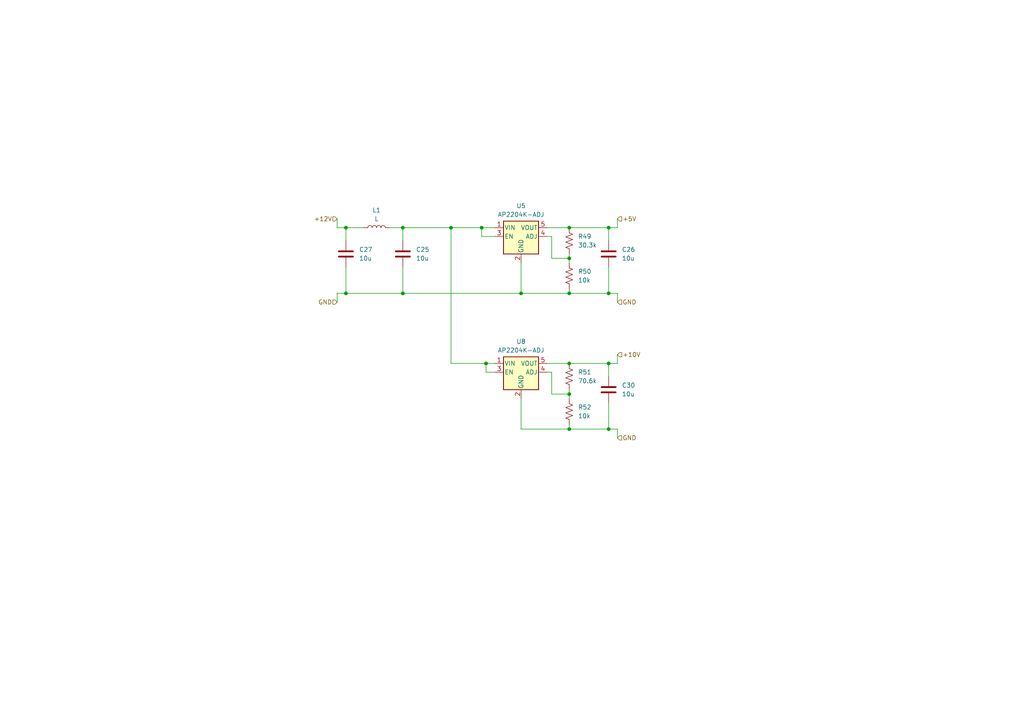
<source format=kicad_sch>
(kicad_sch
	(version 20250114)
	(generator "eeschema")
	(generator_version "9.0")
	(uuid "ca6ec544-d385-4481-8232-5936396469ce")
	(paper "A4")
	(lib_symbols
		(symbol "Device:C"
			(pin_numbers
				(hide yes)
			)
			(pin_names
				(offset 0.254)
			)
			(exclude_from_sim no)
			(in_bom yes)
			(on_board yes)
			(property "Reference" "C"
				(at 0.635 2.54 0)
				(effects
					(font
						(size 1.27 1.27)
					)
					(justify left)
				)
			)
			(property "Value" "C"
				(at 0.635 -2.54 0)
				(effects
					(font
						(size 1.27 1.27)
					)
					(justify left)
				)
			)
			(property "Footprint" ""
				(at 0.9652 -3.81 0)
				(effects
					(font
						(size 1.27 1.27)
					)
					(hide yes)
				)
			)
			(property "Datasheet" "~"
				(at 0 0 0)
				(effects
					(font
						(size 1.27 1.27)
					)
					(hide yes)
				)
			)
			(property "Description" "Unpolarized capacitor"
				(at 0 0 0)
				(effects
					(font
						(size 1.27 1.27)
					)
					(hide yes)
				)
			)
			(property "ki_keywords" "cap capacitor"
				(at 0 0 0)
				(effects
					(font
						(size 1.27 1.27)
					)
					(hide yes)
				)
			)
			(property "ki_fp_filters" "C_*"
				(at 0 0 0)
				(effects
					(font
						(size 1.27 1.27)
					)
					(hide yes)
				)
			)
			(symbol "C_0_1"
				(polyline
					(pts
						(xy -2.032 0.762) (xy 2.032 0.762)
					)
					(stroke
						(width 0.508)
						(type default)
					)
					(fill
						(type none)
					)
				)
				(polyline
					(pts
						(xy -2.032 -0.762) (xy 2.032 -0.762)
					)
					(stroke
						(width 0.508)
						(type default)
					)
					(fill
						(type none)
					)
				)
			)
			(symbol "C_1_1"
				(pin passive line
					(at 0 3.81 270)
					(length 2.794)
					(name "~"
						(effects
							(font
								(size 1.27 1.27)
							)
						)
					)
					(number "1"
						(effects
							(font
								(size 1.27 1.27)
							)
						)
					)
				)
				(pin passive line
					(at 0 -3.81 90)
					(length 2.794)
					(name "~"
						(effects
							(font
								(size 1.27 1.27)
							)
						)
					)
					(number "2"
						(effects
							(font
								(size 1.27 1.27)
							)
						)
					)
				)
			)
			(embedded_fonts no)
		)
		(symbol "Device:L"
			(pin_numbers
				(hide yes)
			)
			(pin_names
				(offset 1.016)
				(hide yes)
			)
			(exclude_from_sim no)
			(in_bom yes)
			(on_board yes)
			(property "Reference" "L"
				(at -1.27 0 90)
				(effects
					(font
						(size 1.27 1.27)
					)
				)
			)
			(property "Value" "L"
				(at 1.905 0 90)
				(effects
					(font
						(size 1.27 1.27)
					)
				)
			)
			(property "Footprint" ""
				(at 0 0 0)
				(effects
					(font
						(size 1.27 1.27)
					)
					(hide yes)
				)
			)
			(property "Datasheet" "~"
				(at 0 0 0)
				(effects
					(font
						(size 1.27 1.27)
					)
					(hide yes)
				)
			)
			(property "Description" "Inductor"
				(at 0 0 0)
				(effects
					(font
						(size 1.27 1.27)
					)
					(hide yes)
				)
			)
			(property "ki_keywords" "inductor choke coil reactor magnetic"
				(at 0 0 0)
				(effects
					(font
						(size 1.27 1.27)
					)
					(hide yes)
				)
			)
			(property "ki_fp_filters" "Choke_* *Coil* Inductor_* L_*"
				(at 0 0 0)
				(effects
					(font
						(size 1.27 1.27)
					)
					(hide yes)
				)
			)
			(symbol "L_0_1"
				(arc
					(start 0 2.54)
					(mid 0.6323 1.905)
					(end 0 1.27)
					(stroke
						(width 0)
						(type default)
					)
					(fill
						(type none)
					)
				)
				(arc
					(start 0 1.27)
					(mid 0.6323 0.635)
					(end 0 0)
					(stroke
						(width 0)
						(type default)
					)
					(fill
						(type none)
					)
				)
				(arc
					(start 0 0)
					(mid 0.6323 -0.635)
					(end 0 -1.27)
					(stroke
						(width 0)
						(type default)
					)
					(fill
						(type none)
					)
				)
				(arc
					(start 0 -1.27)
					(mid 0.6323 -1.905)
					(end 0 -2.54)
					(stroke
						(width 0)
						(type default)
					)
					(fill
						(type none)
					)
				)
			)
			(symbol "L_1_1"
				(pin passive line
					(at 0 3.81 270)
					(length 1.27)
					(name "1"
						(effects
							(font
								(size 1.27 1.27)
							)
						)
					)
					(number "1"
						(effects
							(font
								(size 1.27 1.27)
							)
						)
					)
				)
				(pin passive line
					(at 0 -3.81 90)
					(length 1.27)
					(name "2"
						(effects
							(font
								(size 1.27 1.27)
							)
						)
					)
					(number "2"
						(effects
							(font
								(size 1.27 1.27)
							)
						)
					)
				)
			)
			(embedded_fonts no)
		)
		(symbol "Device:R_US"
			(pin_numbers
				(hide yes)
			)
			(pin_names
				(offset 0)
			)
			(exclude_from_sim no)
			(in_bom yes)
			(on_board yes)
			(property "Reference" "R"
				(at 2.54 0 90)
				(effects
					(font
						(size 1.27 1.27)
					)
				)
			)
			(property "Value" "R_US"
				(at -2.54 0 90)
				(effects
					(font
						(size 1.27 1.27)
					)
				)
			)
			(property "Footprint" ""
				(at 1.016 -0.254 90)
				(effects
					(font
						(size 1.27 1.27)
					)
					(hide yes)
				)
			)
			(property "Datasheet" "~"
				(at 0 0 0)
				(effects
					(font
						(size 1.27 1.27)
					)
					(hide yes)
				)
			)
			(property "Description" "Resistor, US symbol"
				(at 0 0 0)
				(effects
					(font
						(size 1.27 1.27)
					)
					(hide yes)
				)
			)
			(property "ki_keywords" "R res resistor"
				(at 0 0 0)
				(effects
					(font
						(size 1.27 1.27)
					)
					(hide yes)
				)
			)
			(property "ki_fp_filters" "R_*"
				(at 0 0 0)
				(effects
					(font
						(size 1.27 1.27)
					)
					(hide yes)
				)
			)
			(symbol "R_US_0_1"
				(polyline
					(pts
						(xy 0 2.286) (xy 0 2.54)
					)
					(stroke
						(width 0)
						(type default)
					)
					(fill
						(type none)
					)
				)
				(polyline
					(pts
						(xy 0 2.286) (xy 1.016 1.905) (xy 0 1.524) (xy -1.016 1.143) (xy 0 0.762)
					)
					(stroke
						(width 0)
						(type default)
					)
					(fill
						(type none)
					)
				)
				(polyline
					(pts
						(xy 0 0.762) (xy 1.016 0.381) (xy 0 0) (xy -1.016 -0.381) (xy 0 -0.762)
					)
					(stroke
						(width 0)
						(type default)
					)
					(fill
						(type none)
					)
				)
				(polyline
					(pts
						(xy 0 -0.762) (xy 1.016 -1.143) (xy 0 -1.524) (xy -1.016 -1.905) (xy 0 -2.286)
					)
					(stroke
						(width 0)
						(type default)
					)
					(fill
						(type none)
					)
				)
				(polyline
					(pts
						(xy 0 -2.286) (xy 0 -2.54)
					)
					(stroke
						(width 0)
						(type default)
					)
					(fill
						(type none)
					)
				)
			)
			(symbol "R_US_1_1"
				(pin passive line
					(at 0 3.81 270)
					(length 1.27)
					(name "~"
						(effects
							(font
								(size 1.27 1.27)
							)
						)
					)
					(number "1"
						(effects
							(font
								(size 1.27 1.27)
							)
						)
					)
				)
				(pin passive line
					(at 0 -3.81 90)
					(length 1.27)
					(name "~"
						(effects
							(font
								(size 1.27 1.27)
							)
						)
					)
					(number "2"
						(effects
							(font
								(size 1.27 1.27)
							)
						)
					)
				)
			)
			(embedded_fonts no)
		)
		(symbol "Regulator_Linear:AP2204K-ADJ"
			(pin_names
				(offset 0.254)
			)
			(exclude_from_sim no)
			(in_bom yes)
			(on_board yes)
			(property "Reference" "U"
				(at -5.08 5.715 0)
				(effects
					(font
						(size 1.27 1.27)
					)
					(justify left)
				)
			)
			(property "Value" "AP2204K-ADJ"
				(at 0 5.715 0)
				(effects
					(font
						(size 1.27 1.27)
					)
					(justify left)
				)
			)
			(property "Footprint" "Package_TO_SOT_SMD:SOT-23-5"
				(at 0 8.255 0)
				(effects
					(font
						(size 1.27 1.27)
					)
					(hide yes)
				)
			)
			(property "Datasheet" "https://www.diodes.com/assets/Datasheets/products_inactive_data/AP2204.pdf"
				(at 0 2.54 0)
				(effects
					(font
						(size 1.27 1.27)
					)
					(hide yes)
				)
			)
			(property "Description" "150mA low dropout adjustable linear regulator, wide input voltage range, SOT-23-5 package"
				(at 0 0 0)
				(effects
					(font
						(size 1.27 1.27)
					)
					(hide yes)
				)
			)
			(property "ki_keywords" "linear regulator ldo adjustable positive"
				(at 0 0 0)
				(effects
					(font
						(size 1.27 1.27)
					)
					(hide yes)
				)
			)
			(property "ki_fp_filters" "SOT?23?5*"
				(at 0 0 0)
				(effects
					(font
						(size 1.27 1.27)
					)
					(hide yes)
				)
			)
			(symbol "AP2204K-ADJ_0_1"
				(rectangle
					(start -5.08 4.445)
					(end 5.08 -5.08)
					(stroke
						(width 0.254)
						(type default)
					)
					(fill
						(type background)
					)
				)
			)
			(symbol "AP2204K-ADJ_1_1"
				(pin power_in line
					(at -7.62 2.54 0)
					(length 2.54)
					(name "VIN"
						(effects
							(font
								(size 1.27 1.27)
							)
						)
					)
					(number "1"
						(effects
							(font
								(size 1.27 1.27)
							)
						)
					)
				)
				(pin input line
					(at -7.62 0 0)
					(length 2.54)
					(name "EN"
						(effects
							(font
								(size 1.27 1.27)
							)
						)
					)
					(number "3"
						(effects
							(font
								(size 1.27 1.27)
							)
						)
					)
				)
				(pin power_in line
					(at 0 -7.62 90)
					(length 2.54)
					(name "GND"
						(effects
							(font
								(size 1.27 1.27)
							)
						)
					)
					(number "2"
						(effects
							(font
								(size 1.27 1.27)
							)
						)
					)
				)
				(pin power_out line
					(at 7.62 2.54 180)
					(length 2.54)
					(name "VOUT"
						(effects
							(font
								(size 1.27 1.27)
							)
						)
					)
					(number "5"
						(effects
							(font
								(size 1.27 1.27)
							)
						)
					)
				)
				(pin input line
					(at 7.62 0 180)
					(length 2.54)
					(name "ADJ"
						(effects
							(font
								(size 1.27 1.27)
							)
						)
					)
					(number "4"
						(effects
							(font
								(size 1.27 1.27)
							)
						)
					)
				)
			)
			(embedded_fonts no)
		)
	)
	(junction
		(at 139.7 66.04)
		(diameter 0)
		(color 0 0 0 0)
		(uuid "1da339a5-e8a3-4bff-8267-aad7c0f1ef7e")
	)
	(junction
		(at 165.1 74.93)
		(diameter 0)
		(color 0 0 0 0)
		(uuid "25492831-c164-424a-b00f-052bebb95078")
	)
	(junction
		(at 176.53 85.09)
		(diameter 0)
		(color 0 0 0 0)
		(uuid "3b22f54a-c016-4541-9b05-f68266554ca0")
	)
	(junction
		(at 100.33 66.04)
		(diameter 0)
		(color 0 0 0 0)
		(uuid "4fdd1130-5bd1-4ed7-9997-87f79f138121")
	)
	(junction
		(at 130.81 66.04)
		(diameter 0)
		(color 0 0 0 0)
		(uuid "50127216-f179-4b1b-bc22-191eaa911081")
	)
	(junction
		(at 116.84 85.09)
		(diameter 0)
		(color 0 0 0 0)
		(uuid "66cd7c7e-fea7-4db3-ace6-76fa7a54ea19")
	)
	(junction
		(at 165.1 66.04)
		(diameter 0)
		(color 0 0 0 0)
		(uuid "9cf9ee96-3253-4d33-8f77-0dcb1f02340c")
	)
	(junction
		(at 165.1 85.09)
		(diameter 0)
		(color 0 0 0 0)
		(uuid "a1b5cd0f-a99d-48dc-9e71-f39349784c41")
	)
	(junction
		(at 176.53 105.41)
		(diameter 0)
		(color 0 0 0 0)
		(uuid "a6797cc3-3b5d-4b9e-800a-87215b624734")
	)
	(junction
		(at 151.13 85.09)
		(diameter 0)
		(color 0 0 0 0)
		(uuid "b17c936f-6c23-4ca7-b347-db69150eb6e8")
	)
	(junction
		(at 116.84 66.04)
		(diameter 0)
		(color 0 0 0 0)
		(uuid "ce1ca7f3-611f-4830-a33b-f40ccf518691")
	)
	(junction
		(at 176.53 66.04)
		(diameter 0)
		(color 0 0 0 0)
		(uuid "cfd0ace9-5d86-41ee-9ef1-6720d0f31e6b")
	)
	(junction
		(at 100.33 85.09)
		(diameter 0)
		(color 0 0 0 0)
		(uuid "d628de4d-fceb-4659-944d-2190ab3a2d6d")
	)
	(junction
		(at 176.53 124.46)
		(diameter 0)
		(color 0 0 0 0)
		(uuid "d77f13c8-4f15-44e7-8463-eb3175157762")
	)
	(junction
		(at 140.97 105.41)
		(diameter 0)
		(color 0 0 0 0)
		(uuid "e09a5e16-8a25-466a-af27-7cbac09fb95f")
	)
	(junction
		(at 165.1 124.46)
		(diameter 0)
		(color 0 0 0 0)
		(uuid "e1cf3a8c-0292-4883-a25d-ebef3c018a13")
	)
	(junction
		(at 165.1 114.3)
		(diameter 0)
		(color 0 0 0 0)
		(uuid "f8ed4add-26c4-41f9-9987-f2e55be3105a")
	)
	(junction
		(at 165.1 105.41)
		(diameter 0)
		(color 0 0 0 0)
		(uuid "fd22a6db-a8ec-45be-bd55-ed5952efb423")
	)
	(wire
		(pts
			(xy 165.1 66.04) (xy 176.53 66.04)
		)
		(stroke
			(width 0)
			(type default)
		)
		(uuid "05c0f5f4-1a8e-448e-a1cd-a9049f4bf1f9")
	)
	(wire
		(pts
			(xy 165.1 83.82) (xy 165.1 85.09)
		)
		(stroke
			(width 0)
			(type default)
		)
		(uuid "0d2ed4dd-20fd-45f0-85fd-f41622ebb902")
	)
	(wire
		(pts
			(xy 116.84 85.09) (xy 116.84 77.47)
		)
		(stroke
			(width 0)
			(type default)
		)
		(uuid "0e102d7d-dc0e-4fd7-8884-9b53341694e5")
	)
	(wire
		(pts
			(xy 158.75 105.41) (xy 165.1 105.41)
		)
		(stroke
			(width 0)
			(type default)
		)
		(uuid "112dfc10-e101-4531-9e0e-33affc19b915")
	)
	(wire
		(pts
			(xy 130.81 66.04) (xy 139.7 66.04)
		)
		(stroke
			(width 0)
			(type default)
		)
		(uuid "138016be-1cfb-477a-be8d-1129d0c4576c")
	)
	(wire
		(pts
			(xy 140.97 105.41) (xy 140.97 107.95)
		)
		(stroke
			(width 0)
			(type default)
		)
		(uuid "172b2539-6bdd-432e-87eb-76c961e34176")
	)
	(wire
		(pts
			(xy 176.53 85.09) (xy 165.1 85.09)
		)
		(stroke
			(width 0)
			(type default)
		)
		(uuid "1850d60c-2f6a-45f9-a42d-86685307e014")
	)
	(wire
		(pts
			(xy 97.79 85.09) (xy 97.79 87.63)
		)
		(stroke
			(width 0)
			(type default)
		)
		(uuid "1a3dddf6-7aab-44b4-ac6e-7706ceefde23")
	)
	(wire
		(pts
			(xy 179.07 85.09) (xy 179.07 87.63)
		)
		(stroke
			(width 0)
			(type default)
		)
		(uuid "1d77c096-84a9-44df-ac7c-12087baea364")
	)
	(wire
		(pts
			(xy 165.1 113.03) (xy 165.1 114.3)
		)
		(stroke
			(width 0)
			(type default)
		)
		(uuid "22a41f69-a987-4426-8b2a-66f4f47f39f8")
	)
	(wire
		(pts
			(xy 116.84 66.04) (xy 130.81 66.04)
		)
		(stroke
			(width 0)
			(type default)
		)
		(uuid "249bb2e8-c9aa-404b-ad13-99faa4252a83")
	)
	(wire
		(pts
			(xy 176.53 116.84) (xy 176.53 124.46)
		)
		(stroke
			(width 0)
			(type default)
		)
		(uuid "274ed523-0988-44a0-a91d-43fae2d6d519")
	)
	(wire
		(pts
			(xy 130.81 105.41) (xy 130.81 66.04)
		)
		(stroke
			(width 0)
			(type default)
		)
		(uuid "29ffdb4a-5324-44b9-ba5d-b3c11939beba")
	)
	(wire
		(pts
			(xy 113.03 66.04) (xy 116.84 66.04)
		)
		(stroke
			(width 0)
			(type default)
		)
		(uuid "2b980ce5-2415-4c4d-aeb6-e969ccb16328")
	)
	(wire
		(pts
			(xy 151.13 76.2) (xy 151.13 85.09)
		)
		(stroke
			(width 0)
			(type default)
		)
		(uuid "34fb307f-332c-46a4-9d2e-8403ac107526")
	)
	(wire
		(pts
			(xy 140.97 105.41) (xy 143.51 105.41)
		)
		(stroke
			(width 0)
			(type default)
		)
		(uuid "390383bd-419b-41b1-b613-f9a31e98a2d7")
	)
	(wire
		(pts
			(xy 100.33 85.09) (xy 116.84 85.09)
		)
		(stroke
			(width 0)
			(type default)
		)
		(uuid "390c53a5-23cc-4f16-8498-5a4468e7d8f3")
	)
	(wire
		(pts
			(xy 160.02 68.58) (xy 160.02 74.93)
		)
		(stroke
			(width 0)
			(type default)
		)
		(uuid "45d71e33-cf18-414f-a421-81faf99330b6")
	)
	(wire
		(pts
			(xy 143.51 68.58) (xy 139.7 68.58)
		)
		(stroke
			(width 0)
			(type default)
		)
		(uuid "4a3db56e-13b1-4de0-9942-580a731b6df1")
	)
	(wire
		(pts
			(xy 160.02 107.95) (xy 160.02 114.3)
		)
		(stroke
			(width 0)
			(type default)
		)
		(uuid "4a814175-55e0-434d-b059-060fa17d988b")
	)
	(wire
		(pts
			(xy 143.51 107.95) (xy 140.97 107.95)
		)
		(stroke
			(width 0)
			(type default)
		)
		(uuid "4b16c128-9b7f-4751-abce-7b0c1472430a")
	)
	(wire
		(pts
			(xy 176.53 66.04) (xy 179.07 66.04)
		)
		(stroke
			(width 0)
			(type default)
		)
		(uuid "54a50a2f-6c5b-424b-81ff-1707cb0363ca")
	)
	(wire
		(pts
			(xy 165.1 73.66) (xy 165.1 74.93)
		)
		(stroke
			(width 0)
			(type default)
		)
		(uuid "5f77f410-4459-437d-82c0-a0c259dfa175")
	)
	(wire
		(pts
			(xy 176.53 124.46) (xy 165.1 124.46)
		)
		(stroke
			(width 0)
			(type default)
		)
		(uuid "600ed750-737f-4c57-9d1c-aef0d44ee614")
	)
	(wire
		(pts
			(xy 151.13 115.57) (xy 151.13 124.46)
		)
		(stroke
			(width 0)
			(type default)
		)
		(uuid "635b3884-9327-4af9-b657-2dcc5b7f1520")
	)
	(wire
		(pts
			(xy 176.53 85.09) (xy 179.07 85.09)
		)
		(stroke
			(width 0)
			(type default)
		)
		(uuid "63daa66f-131a-43f7-bbfd-afb1f9af4975")
	)
	(wire
		(pts
			(xy 179.07 124.46) (xy 179.07 127)
		)
		(stroke
			(width 0)
			(type default)
		)
		(uuid "64f3a184-e254-4b22-ae10-23e8478b02cd")
	)
	(wire
		(pts
			(xy 100.33 85.09) (xy 97.79 85.09)
		)
		(stroke
			(width 0)
			(type default)
		)
		(uuid "673eb068-83a5-4d38-b72e-b3a034364a6a")
	)
	(wire
		(pts
			(xy 151.13 124.46) (xy 165.1 124.46)
		)
		(stroke
			(width 0)
			(type default)
		)
		(uuid "6a0ce89b-4063-4b50-95e0-1d78c87b0b1b")
	)
	(wire
		(pts
			(xy 151.13 85.09) (xy 165.1 85.09)
		)
		(stroke
			(width 0)
			(type default)
		)
		(uuid "6da90e98-e5bb-42c5-abee-820585c14d9d")
	)
	(wire
		(pts
			(xy 140.97 105.41) (xy 130.81 105.41)
		)
		(stroke
			(width 0)
			(type default)
		)
		(uuid "71851ad9-0a0c-4e4c-9424-db0632b2f7ce")
	)
	(wire
		(pts
			(xy 165.1 105.41) (xy 176.53 105.41)
		)
		(stroke
			(width 0)
			(type default)
		)
		(uuid "76e67299-86c8-41cb-ba28-83340ae00992")
	)
	(wire
		(pts
			(xy 100.33 66.04) (xy 97.79 66.04)
		)
		(stroke
			(width 0)
			(type default)
		)
		(uuid "8692fef0-005d-44b0-8ca1-0b159b26a128")
	)
	(wire
		(pts
			(xy 139.7 68.58) (xy 139.7 66.04)
		)
		(stroke
			(width 0)
			(type default)
		)
		(uuid "872c5ad6-654b-4965-a777-52915dbd7696")
	)
	(wire
		(pts
			(xy 100.33 69.85) (xy 100.33 66.04)
		)
		(stroke
			(width 0)
			(type default)
		)
		(uuid "879bc9e9-8597-4183-9339-b3bf6d7ff9aa")
	)
	(wire
		(pts
			(xy 179.07 102.87) (xy 179.07 105.41)
		)
		(stroke
			(width 0)
			(type default)
		)
		(uuid "8e988689-9737-463f-bcf7-c59f31f3e167")
	)
	(wire
		(pts
			(xy 97.79 63.5) (xy 97.79 66.04)
		)
		(stroke
			(width 0)
			(type default)
		)
		(uuid "94f443af-4d80-4cb5-a560-175448bd3ddb")
	)
	(wire
		(pts
			(xy 176.53 66.04) (xy 176.53 69.85)
		)
		(stroke
			(width 0)
			(type default)
		)
		(uuid "9a44a7fc-106a-41a3-a3c6-445f7ced4c41")
	)
	(wire
		(pts
			(xy 165.1 114.3) (xy 165.1 115.57)
		)
		(stroke
			(width 0)
			(type default)
		)
		(uuid "a432c415-e428-40bb-87bc-2a01514cae5b")
	)
	(wire
		(pts
			(xy 165.1 123.19) (xy 165.1 124.46)
		)
		(stroke
			(width 0)
			(type default)
		)
		(uuid "a71949e5-55c8-4479-9d72-eedaee66d68f")
	)
	(wire
		(pts
			(xy 179.07 63.5) (xy 179.07 66.04)
		)
		(stroke
			(width 0)
			(type default)
		)
		(uuid "a88c7589-86ae-4756-992c-42a875d483a8")
	)
	(wire
		(pts
			(xy 151.13 85.09) (xy 116.84 85.09)
		)
		(stroke
			(width 0)
			(type default)
		)
		(uuid "abca1111-bab6-4c7c-828d-bff0b5f10f02")
	)
	(wire
		(pts
			(xy 160.02 74.93) (xy 165.1 74.93)
		)
		(stroke
			(width 0)
			(type default)
		)
		(uuid "aca1dc0c-fff5-44c6-a643-d6769ec11b29")
	)
	(wire
		(pts
			(xy 139.7 66.04) (xy 143.51 66.04)
		)
		(stroke
			(width 0)
			(type default)
		)
		(uuid "b2c96004-7c73-4373-95bf-bf295f3bdaa4")
	)
	(wire
		(pts
			(xy 176.53 124.46) (xy 179.07 124.46)
		)
		(stroke
			(width 0)
			(type default)
		)
		(uuid "b9b5ca88-669d-4da3-a0cd-a516d1244ad3")
	)
	(wire
		(pts
			(xy 100.33 85.09) (xy 100.33 77.47)
		)
		(stroke
			(width 0)
			(type default)
		)
		(uuid "bdcb8d2a-e0f2-483e-afce-2129e7513032")
	)
	(wire
		(pts
			(xy 116.84 69.85) (xy 116.84 66.04)
		)
		(stroke
			(width 0)
			(type default)
		)
		(uuid "bfde6c0c-17a2-4385-a8d0-eae78c9a1c9f")
	)
	(wire
		(pts
			(xy 158.75 107.95) (xy 160.02 107.95)
		)
		(stroke
			(width 0)
			(type default)
		)
		(uuid "c3c5078c-f685-4f70-89d3-99bebd5ed19f")
	)
	(wire
		(pts
			(xy 176.53 105.41) (xy 179.07 105.41)
		)
		(stroke
			(width 0)
			(type default)
		)
		(uuid "c88e77b3-4888-426b-b4dd-8dc78ba14bc6")
	)
	(wire
		(pts
			(xy 176.53 105.41) (xy 176.53 109.22)
		)
		(stroke
			(width 0)
			(type default)
		)
		(uuid "d0a0320a-1deb-4491-988c-2c33b5630ece")
	)
	(wire
		(pts
			(xy 100.33 66.04) (xy 105.41 66.04)
		)
		(stroke
			(width 0)
			(type default)
		)
		(uuid "e2b4a26c-e4cb-4456-aad6-50e940aa36eb")
	)
	(wire
		(pts
			(xy 176.53 77.47) (xy 176.53 85.09)
		)
		(stroke
			(width 0)
			(type default)
		)
		(uuid "e43f0ec4-b23a-4f99-bb53-988dc79844b1")
	)
	(wire
		(pts
			(xy 158.75 66.04) (xy 165.1 66.04)
		)
		(stroke
			(width 0)
			(type default)
		)
		(uuid "e8c269ff-1f57-4292-b459-26765bc98564")
	)
	(wire
		(pts
			(xy 158.75 68.58) (xy 160.02 68.58)
		)
		(stroke
			(width 0)
			(type default)
		)
		(uuid "ec9c3a6b-bfa8-48a7-ad59-470907378536")
	)
	(wire
		(pts
			(xy 165.1 74.93) (xy 165.1 76.2)
		)
		(stroke
			(width 0)
			(type default)
		)
		(uuid "f5f59e6e-27e6-4622-9b25-804abaabb50e")
	)
	(wire
		(pts
			(xy 160.02 114.3) (xy 165.1 114.3)
		)
		(stroke
			(width 0)
			(type default)
		)
		(uuid "f6507fec-e433-4262-ae4d-10cc3f9064d8")
	)
	(hierarchical_label "GND"
		(shape input)
		(at 179.07 127 0)
		(effects
			(font
				(size 1.27 1.27)
			)
			(justify left)
		)
		(uuid "43a7b10c-43b7-4483-879c-ee73365c7684")
	)
	(hierarchical_label "+10V"
		(shape input)
		(at 179.07 102.87 0)
		(effects
			(font
				(size 1.27 1.27)
			)
			(justify left)
		)
		(uuid "4bee7cf9-47ce-41f4-88fe-3e368c17ebb9")
	)
	(hierarchical_label "+12V"
		(shape input)
		(at 97.79 63.5 180)
		(effects
			(font
				(size 1.27 1.27)
			)
			(justify right)
		)
		(uuid "7d84dcfa-f693-4970-a0d9-6f966c4125a7")
	)
	(hierarchical_label "GND"
		(shape input)
		(at 179.07 87.63 0)
		(effects
			(font
				(size 1.27 1.27)
			)
			(justify left)
		)
		(uuid "b3e396f6-1f42-4b1c-a43d-89cc74264a6d")
	)
	(hierarchical_label "+5V"
		(shape input)
		(at 179.07 63.5 0)
		(effects
			(font
				(size 1.27 1.27)
			)
			(justify left)
		)
		(uuid "baed716f-b1ea-4dfd-a657-e4c1e425cf2e")
	)
	(hierarchical_label "GND"
		(shape input)
		(at 97.79 87.63 180)
		(effects
			(font
				(size 1.27 1.27)
			)
			(justify right)
		)
		(uuid "fb368b3c-bb85-4e8f-862b-4daecb0e7a30")
	)
	(symbol
		(lib_id "Device:L")
		(at 109.22 66.04 90)
		(unit 1)
		(exclude_from_sim no)
		(in_bom yes)
		(on_board yes)
		(dnp no)
		(fields_autoplaced yes)
		(uuid "0796febe-7c3d-49a2-ad8c-8b6f8c82c90c")
		(property "Reference" "L1"
			(at 109.22 60.96 90)
			(effects
				(font
					(size 1.27 1.27)
				)
			)
		)
		(property "Value" "L"
			(at 109.22 63.5 90)
			(effects
				(font
					(size 1.27 1.27)
				)
			)
		)
		(property "Footprint" "Inductor_SMD:L_APV_ANR4018"
			(at 109.22 66.04 0)
			(effects
				(font
					(size 1.27 1.27)
				)
				(hide yes)
			)
		)
		(property "Datasheet" "NRS4018T100MDGJ"
			(at 109.22 66.04 0)
			(effects
				(font
					(size 1.27 1.27)
				)
				(hide yes)
			)
		)
		(property "Description" "Inductor"
			(at 109.22 66.04 0)
			(effects
				(font
					(size 1.27 1.27)
				)
				(hide yes)
			)
		)
		(pin "2"
			(uuid "e8884c1e-bb64-4095-a9cf-2e47f3884ca8")
		)
		(pin "1"
			(uuid "bb5186db-88cb-4edc-b780-0d1a6cb0d401")
		)
		(instances
			(project "deflection_board_2"
				(path "/96f2ff15-c3e5-48fe-ae2c-b9bf88af19f4/10ffe5d6-9daa-4cbe-8806-76b6fe711bd8"
					(reference "L1")
					(unit 1)
				)
			)
		)
	)
	(symbol
		(lib_id "Device:C")
		(at 176.53 73.66 0)
		(unit 1)
		(exclude_from_sim no)
		(in_bom yes)
		(on_board yes)
		(dnp no)
		(fields_autoplaced yes)
		(uuid "22951c49-a60c-4ef9-9b21-8f3e6315875f")
		(property "Reference" "C26"
			(at 180.34 72.3899 0)
			(effects
				(font
					(size 1.27 1.27)
				)
				(justify left)
			)
		)
		(property "Value" "10u"
			(at 180.34 74.9299 0)
			(effects
				(font
					(size 1.27 1.27)
				)
				(justify left)
			)
		)
		(property "Footprint" "Capacitor_SMD:C_0603_1608Metric"
			(at 177.4952 77.47 0)
			(effects
				(font
					(size 1.27 1.27)
				)
				(hide yes)
			)
		)
		(property "Datasheet" "~CL10A106KQ8NNNC"
			(at 176.53 73.66 0)
			(effects
				(font
					(size 1.27 1.27)
				)
				(hide yes)
			)
		)
		(property "Description" "Unpolarized capacitor"
			(at 176.53 73.66 0)
			(effects
				(font
					(size 1.27 1.27)
				)
				(hide yes)
			)
		)
		(pin "2"
			(uuid "a82eee14-a1f0-43f3-84ef-dc0d8c41507d")
		)
		(pin "1"
			(uuid "cff55ab8-7483-41cf-be64-a9efd971cb06")
		)
		(instances
			(project "deflection_board_2"
				(path "/96f2ff15-c3e5-48fe-ae2c-b9bf88af19f4/10ffe5d6-9daa-4cbe-8806-76b6fe711bd8"
					(reference "C26")
					(unit 1)
				)
			)
		)
	)
	(symbol
		(lib_id "Device:C")
		(at 116.84 73.66 0)
		(unit 1)
		(exclude_from_sim no)
		(in_bom yes)
		(on_board yes)
		(dnp no)
		(fields_autoplaced yes)
		(uuid "501988b7-7b09-4787-b44a-9483f730cff4")
		(property "Reference" "C25"
			(at 120.65 72.3899 0)
			(effects
				(font
					(size 1.27 1.27)
				)
				(justify left)
			)
		)
		(property "Value" "10u"
			(at 120.65 74.9299 0)
			(effects
				(font
					(size 1.27 1.27)
				)
				(justify left)
			)
		)
		(property "Footprint" "Capacitor_SMD:C_0603_1608Metric"
			(at 117.8052 77.47 0)
			(effects
				(font
					(size 1.27 1.27)
				)
				(hide yes)
			)
		)
		(property "Datasheet" "~CL10A106KQ8NNNC"
			(at 116.84 73.66 0)
			(effects
				(font
					(size 1.27 1.27)
				)
				(hide yes)
			)
		)
		(property "Description" "Unpolarized capacitor"
			(at 116.84 73.66 0)
			(effects
				(font
					(size 1.27 1.27)
				)
				(hide yes)
			)
		)
		(pin "2"
			(uuid "2c57ff2f-2f8b-45f6-8a30-32dd4a7c06a5")
		)
		(pin "1"
			(uuid "7dae2522-9a4f-4baa-a73d-3abc3651f95b")
		)
		(instances
			(project "deflection_board_2"
				(path "/96f2ff15-c3e5-48fe-ae2c-b9bf88af19f4/10ffe5d6-9daa-4cbe-8806-76b6fe711bd8"
					(reference "C25")
					(unit 1)
				)
			)
		)
	)
	(symbol
		(lib_id "Device:C")
		(at 176.53 113.03 0)
		(unit 1)
		(exclude_from_sim no)
		(in_bom yes)
		(on_board yes)
		(dnp no)
		(fields_autoplaced yes)
		(uuid "50e1e2a9-1eec-44ea-a4b5-0df1a69ce5f4")
		(property "Reference" "C30"
			(at 180.34 111.7599 0)
			(effects
				(font
					(size 1.27 1.27)
				)
				(justify left)
			)
		)
		(property "Value" "10u"
			(at 180.34 114.2999 0)
			(effects
				(font
					(size 1.27 1.27)
				)
				(justify left)
			)
		)
		(property "Footprint" "Capacitor_SMD:C_0603_1608Metric"
			(at 177.4952 116.84 0)
			(effects
				(font
					(size 1.27 1.27)
				)
				(hide yes)
			)
		)
		(property "Datasheet" "~CL10A106KQ8NNNC"
			(at 176.53 113.03 0)
			(effects
				(font
					(size 1.27 1.27)
				)
				(hide yes)
			)
		)
		(property "Description" "Unpolarized capacitor"
			(at 176.53 113.03 0)
			(effects
				(font
					(size 1.27 1.27)
				)
				(hide yes)
			)
		)
		(pin "2"
			(uuid "0d9437f7-552b-49d2-a61e-f9ba9bf557ac")
		)
		(pin "1"
			(uuid "79483931-9077-422c-8067-adf70981d05d")
		)
		(instances
			(project "deflection_board_2"
				(path "/96f2ff15-c3e5-48fe-ae2c-b9bf88af19f4/10ffe5d6-9daa-4cbe-8806-76b6fe711bd8"
					(reference "C30")
					(unit 1)
				)
			)
		)
	)
	(symbol
		(lib_id "Regulator_Linear:AP2204K-ADJ")
		(at 151.13 107.95 0)
		(unit 1)
		(exclude_from_sim no)
		(in_bom yes)
		(on_board yes)
		(dnp no)
		(fields_autoplaced yes)
		(uuid "85b5b31a-34d1-4d4f-b6ee-27319dace9e6")
		(property "Reference" "U8"
			(at 151.13 99.06 0)
			(effects
				(font
					(size 1.27 1.27)
				)
			)
		)
		(property "Value" "AP2204K-ADJ"
			(at 151.13 101.6 0)
			(effects
				(font
					(size 1.27 1.27)
				)
			)
		)
		(property "Footprint" "Package_TO_SOT_SMD:SOT-23-5"
			(at 151.13 99.695 0)
			(effects
				(font
					(size 1.27 1.27)
				)
				(hide yes)
			)
		)
		(property "Datasheet" "AP2204K-ADJ"
			(at 151.13 105.41 0)
			(effects
				(font
					(size 1.27 1.27)
				)
				(hide yes)
			)
		)
		(property "Description" "150mA low dropout adjustable linear regulator, wide input voltage range, SOT-23-5 package"
			(at 151.13 107.95 0)
			(effects
				(font
					(size 1.27 1.27)
				)
				(hide yes)
			)
		)
		(pin "2"
			(uuid "d4216194-b631-4716-a0cf-0342e0547029")
		)
		(pin "3"
			(uuid "5d64afc1-178d-47c6-a633-a5ae0eb6d1c1")
		)
		(pin "5"
			(uuid "4968872d-20b7-4cde-996e-708ed0de150d")
		)
		(pin "4"
			(uuid "9d495bcd-dba5-46f2-a8df-43436efa3405")
		)
		(pin "1"
			(uuid "a86e6591-e12e-4550-9c12-4e0f45d69b7d")
		)
		(instances
			(project "deflection_board_2"
				(path "/96f2ff15-c3e5-48fe-ae2c-b9bf88af19f4/10ffe5d6-9daa-4cbe-8806-76b6fe711bd8"
					(reference "U8")
					(unit 1)
				)
			)
		)
	)
	(symbol
		(lib_id "Device:R_US")
		(at 165.1 69.85 0)
		(unit 1)
		(exclude_from_sim no)
		(in_bom yes)
		(on_board yes)
		(dnp no)
		(fields_autoplaced yes)
		(uuid "999f0446-15a4-4696-b151-65146fa9f621")
		(property "Reference" "R49"
			(at 167.64 68.5799 0)
			(effects
				(font
					(size 1.27 1.27)
				)
				(justify left)
			)
		)
		(property "Value" "30.3k"
			(at 167.64 71.1199 0)
			(effects
				(font
					(size 1.27 1.27)
				)
				(justify left)
			)
		)
		(property "Footprint" "Resistor_SMD:R_0805_2012Metric"
			(at 166.116 70.104 90)
			(effects
				(font
					(size 1.27 1.27)
				)
				(hide yes)
			)
		)
		(property "Datasheet" "RMCF0805FT30K0"
			(at 165.1 69.85 0)
			(effects
				(font
					(size 1.27 1.27)
				)
				(hide yes)
			)
		)
		(property "Description" "Resistor, US symbol"
			(at 165.1 69.85 0)
			(effects
				(font
					(size 1.27 1.27)
				)
				(hide yes)
			)
		)
		(pin "2"
			(uuid "4f66a436-1a28-4063-86a0-38ebb6b5296e")
		)
		(pin "1"
			(uuid "7c32597b-2797-4b1d-b363-4a41a8cb5780")
		)
		(instances
			(project "deflection_board_2"
				(path "/96f2ff15-c3e5-48fe-ae2c-b9bf88af19f4/10ffe5d6-9daa-4cbe-8806-76b6fe711bd8"
					(reference "R49")
					(unit 1)
				)
			)
		)
	)
	(symbol
		(lib_id "Device:R_US")
		(at 165.1 80.01 0)
		(unit 1)
		(exclude_from_sim no)
		(in_bom yes)
		(on_board yes)
		(dnp no)
		(fields_autoplaced yes)
		(uuid "b8523221-932c-4cc6-b0fa-10e7511c530c")
		(property "Reference" "R50"
			(at 167.64 78.7399 0)
			(effects
				(font
					(size 1.27 1.27)
				)
				(justify left)
			)
		)
		(property "Value" "10k"
			(at 167.64 81.2799 0)
			(effects
				(font
					(size 1.27 1.27)
				)
				(justify left)
			)
		)
		(property "Footprint" "Resistor_SMD:R_0805_2012Metric"
			(at 166.116 80.264 90)
			(effects
				(font
					(size 1.27 1.27)
				)
				(hide yes)
			)
		)
		(property "Datasheet" "RR1220P-103-D"
			(at 165.1 80.01 0)
			(effects
				(font
					(size 1.27 1.27)
				)
				(hide yes)
			)
		)
		(property "Description" "Resistor, US symbol"
			(at 165.1 80.01 0)
			(effects
				(font
					(size 1.27 1.27)
				)
				(hide yes)
			)
		)
		(pin "2"
			(uuid "770aca6c-0c4a-4fff-b129-c272366ab70d")
		)
		(pin "1"
			(uuid "e574a43a-d0fc-48e9-adea-e102391d6644")
		)
		(instances
			(project "deflection_board_2"
				(path "/96f2ff15-c3e5-48fe-ae2c-b9bf88af19f4/10ffe5d6-9daa-4cbe-8806-76b6fe711bd8"
					(reference "R50")
					(unit 1)
				)
			)
		)
	)
	(symbol
		(lib_id "Device:R_US")
		(at 165.1 119.38 0)
		(unit 1)
		(exclude_from_sim no)
		(in_bom yes)
		(on_board yes)
		(dnp no)
		(fields_autoplaced yes)
		(uuid "cb6122b8-fd60-49c9-a868-20b1900c4f7e")
		(property "Reference" "R52"
			(at 167.64 118.1099 0)
			(effects
				(font
					(size 1.27 1.27)
				)
				(justify left)
			)
		)
		(property "Value" "10k"
			(at 167.64 120.6499 0)
			(effects
				(font
					(size 1.27 1.27)
				)
				(justify left)
			)
		)
		(property "Footprint" "Resistor_SMD:R_0805_2012Metric"
			(at 166.116 119.634 90)
			(effects
				(font
					(size 1.27 1.27)
				)
				(hide yes)
			)
		)
		(property "Datasheet" "RR1220P-103-D"
			(at 165.1 119.38 0)
			(effects
				(font
					(size 1.27 1.27)
				)
				(hide yes)
			)
		)
		(property "Description" "Resistor, US symbol"
			(at 165.1 119.38 0)
			(effects
				(font
					(size 1.27 1.27)
				)
				(hide yes)
			)
		)
		(pin "2"
			(uuid "86bb9fe2-52da-4541-8304-86634f839fe4")
		)
		(pin "1"
			(uuid "cb74d08d-2da3-40cb-b5ca-2a732845e412")
		)
		(instances
			(project "deflection_board_2"
				(path "/96f2ff15-c3e5-48fe-ae2c-b9bf88af19f4/10ffe5d6-9daa-4cbe-8806-76b6fe711bd8"
					(reference "R52")
					(unit 1)
				)
			)
		)
	)
	(symbol
		(lib_id "Device:R_US")
		(at 165.1 109.22 0)
		(unit 1)
		(exclude_from_sim no)
		(in_bom yes)
		(on_board yes)
		(dnp no)
		(fields_autoplaced yes)
		(uuid "dfd72f1c-88b3-4c05-b8a7-dbb9d015a893")
		(property "Reference" "R51"
			(at 167.64 107.9499 0)
			(effects
				(font
					(size 1.27 1.27)
				)
				(justify left)
			)
		)
		(property "Value" "70.6k"
			(at 167.64 110.4899 0)
			(effects
				(font
					(size 1.27 1.27)
				)
				(justify left)
			)
		)
		(property "Footprint" "Resistor_SMD:R_0805_2012Metric"
			(at 166.116 109.474 90)
			(effects
				(font
					(size 1.27 1.27)
				)
				(hide yes)
			)
		)
		(property "Datasheet" "RNCF0805BKE70K6"
			(at 165.1 109.22 0)
			(effects
				(font
					(size 1.27 1.27)
				)
				(hide yes)
			)
		)
		(property "Description" "Resistor, US symbol"
			(at 165.1 109.22 0)
			(effects
				(font
					(size 1.27 1.27)
				)
				(hide yes)
			)
		)
		(pin "2"
			(uuid "3bb42bdd-05a7-4492-8183-c5bf7bdafd42")
		)
		(pin "1"
			(uuid "1571b520-827a-4914-8b96-6fdd694ca972")
		)
		(instances
			(project "deflection_board_2"
				(path "/96f2ff15-c3e5-48fe-ae2c-b9bf88af19f4/10ffe5d6-9daa-4cbe-8806-76b6fe711bd8"
					(reference "R51")
					(unit 1)
				)
			)
		)
	)
	(symbol
		(lib_id "Regulator_Linear:AP2204K-ADJ")
		(at 151.13 68.58 0)
		(unit 1)
		(exclude_from_sim no)
		(in_bom yes)
		(on_board yes)
		(dnp no)
		(fields_autoplaced yes)
		(uuid "e2e7c301-21c3-49d5-ba93-9517aa0c4e30")
		(property "Reference" "U5"
			(at 151.13 59.69 0)
			(effects
				(font
					(size 1.27 1.27)
				)
			)
		)
		(property "Value" "AP2204K-ADJ"
			(at 151.13 62.23 0)
			(effects
				(font
					(size 1.27 1.27)
				)
			)
		)
		(property "Footprint" "Package_TO_SOT_SMD:SOT-23-5"
			(at 151.13 60.325 0)
			(effects
				(font
					(size 1.27 1.27)
				)
				(hide yes)
			)
		)
		(property "Datasheet" "AP2204K-ADJ"
			(at 151.13 66.04 0)
			(effects
				(font
					(size 1.27 1.27)
				)
				(hide yes)
			)
		)
		(property "Description" "150mA low dropout adjustable linear regulator, wide input voltage range, SOT-23-5 package"
			(at 151.13 68.58 0)
			(effects
				(font
					(size 1.27 1.27)
				)
				(hide yes)
			)
		)
		(pin "2"
			(uuid "674a474f-be01-4df7-ab3d-79de80dce046")
		)
		(pin "3"
			(uuid "2e458add-835a-47d3-b27a-1fdcfc733d88")
		)
		(pin "5"
			(uuid "9e927380-9830-4ad1-9053-1dc1cea4f79b")
		)
		(pin "4"
			(uuid "c7479d5c-cb49-4e7c-803d-1af3522bb6cc")
		)
		(pin "1"
			(uuid "5a48dd14-6d3f-488a-a508-b3a49516026f")
		)
		(instances
			(project "deflection_board_2"
				(path "/96f2ff15-c3e5-48fe-ae2c-b9bf88af19f4/10ffe5d6-9daa-4cbe-8806-76b6fe711bd8"
					(reference "U5")
					(unit 1)
				)
			)
		)
	)
	(symbol
		(lib_id "Device:C")
		(at 100.33 73.66 0)
		(unit 1)
		(exclude_from_sim no)
		(in_bom yes)
		(on_board yes)
		(dnp no)
		(fields_autoplaced yes)
		(uuid "fcc28922-a62e-4eac-95bc-bb247a1a7664")
		(property "Reference" "C27"
			(at 104.14 72.3899 0)
			(effects
				(font
					(size 1.27 1.27)
				)
				(justify left)
			)
		)
		(property "Value" "10u"
			(at 104.14 74.9299 0)
			(effects
				(font
					(size 1.27 1.27)
				)
				(justify left)
			)
		)
		(property "Footprint" "Capacitor_SMD:C_0603_1608Metric"
			(at 101.2952 77.47 0)
			(effects
				(font
					(size 1.27 1.27)
				)
				(hide yes)
			)
		)
		(property "Datasheet" "~CL10A106KQ8NNNC"
			(at 100.33 73.66 0)
			(effects
				(font
					(size 1.27 1.27)
				)
				(hide yes)
			)
		)
		(property "Description" "Unpolarized capacitor"
			(at 100.33 73.66 0)
			(effects
				(font
					(size 1.27 1.27)
				)
				(hide yes)
			)
		)
		(pin "2"
			(uuid "f5a12ef9-25e6-4939-8f39-6a67361f0afb")
		)
		(pin "1"
			(uuid "641785ea-9e08-4336-8391-1a150e5f5e3d")
		)
		(instances
			(project "deflection_board_2"
				(path "/96f2ff15-c3e5-48fe-ae2c-b9bf88af19f4/10ffe5d6-9daa-4cbe-8806-76b6fe711bd8"
					(reference "C27")
					(unit 1)
				)
			)
		)
	)
)

</source>
